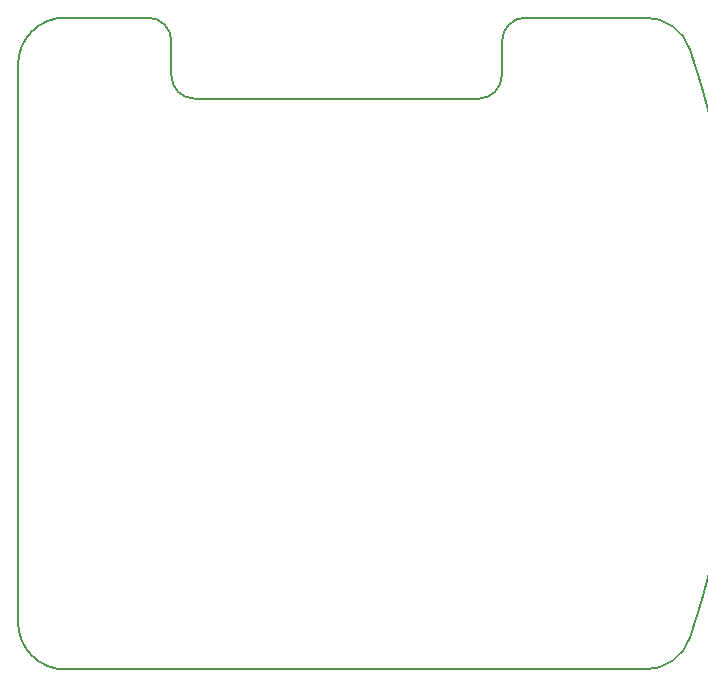
<source format=gbr>
%TF.GenerationSoftware,KiCad,Pcbnew,(6.0.0-0)*%
%TF.CreationDate,2022-02-02T11:17:39+01:00*%
%TF.ProjectId,GlowCore,476c6f77-436f-4726-952e-6b696361645f,rev?*%
%TF.SameCoordinates,Original*%
%TF.FileFunction,Profile,NP*%
%FSLAX46Y46*%
G04 Gerber Fmt 4.6, Leading zero omitted, Abs format (unit mm)*
G04 Created by KiCad (PCBNEW (6.0.0-0)) date 2022-02-02 11:17:39*
%MOMM*%
%LPD*%
G01*
G04 APERTURE LIST*
%TA.AperFunction,Profile*%
%ADD10C,0.200000*%
%TD*%
G04 APERTURE END LIST*
D10*
X121110009Y-85622683D02*
X121110009Y-132817311D01*
X125109999Y-81622681D02*
G75*
G03*
X121110009Y-85622683I0J-3999990D01*
G01*
X132082008Y-81622681D02*
X125109999Y-81622681D01*
X134081999Y-83622681D02*
G75*
G03*
X132082008Y-81622681I-1999980J20D01*
G01*
X134082008Y-86496002D02*
X134081999Y-83622681D01*
X134082008Y-86496002D02*
G75*
G03*
X136081999Y-88495992I2000000J10D01*
G01*
X139082008Y-88496002D02*
X136081999Y-88496001D01*
X157082008Y-88496002D02*
X139082008Y-88496002D01*
X160082008Y-88496001D02*
X157082008Y-88496002D01*
X160082008Y-88496001D02*
G75*
G03*
X162081999Y-86496001I-9J2000000D01*
G01*
X162081999Y-83622683D02*
X162081999Y-86496001D01*
X164081999Y-81622681D02*
G75*
G03*
X162081999Y-83622683I0J-2000000D01*
G01*
X174219034Y-81622681D02*
X164081999Y-81622681D01*
X178007279Y-84338471D02*
G75*
G03*
X174219034Y-81622677I-3788250J-1284210D01*
G01*
X178007279Y-134101521D02*
G75*
G03*
X178007276Y-84338472I-73397202J24881520D01*
G01*
X174219029Y-136817316D02*
G75*
G03*
X178007279Y-134101521I1J4000003D01*
G01*
X125109999Y-136817311D02*
X174219029Y-136817315D01*
X121110009Y-132817311D02*
G75*
G03*
X125109999Y-136817311I3999990J-10D01*
G01*
M02*

</source>
